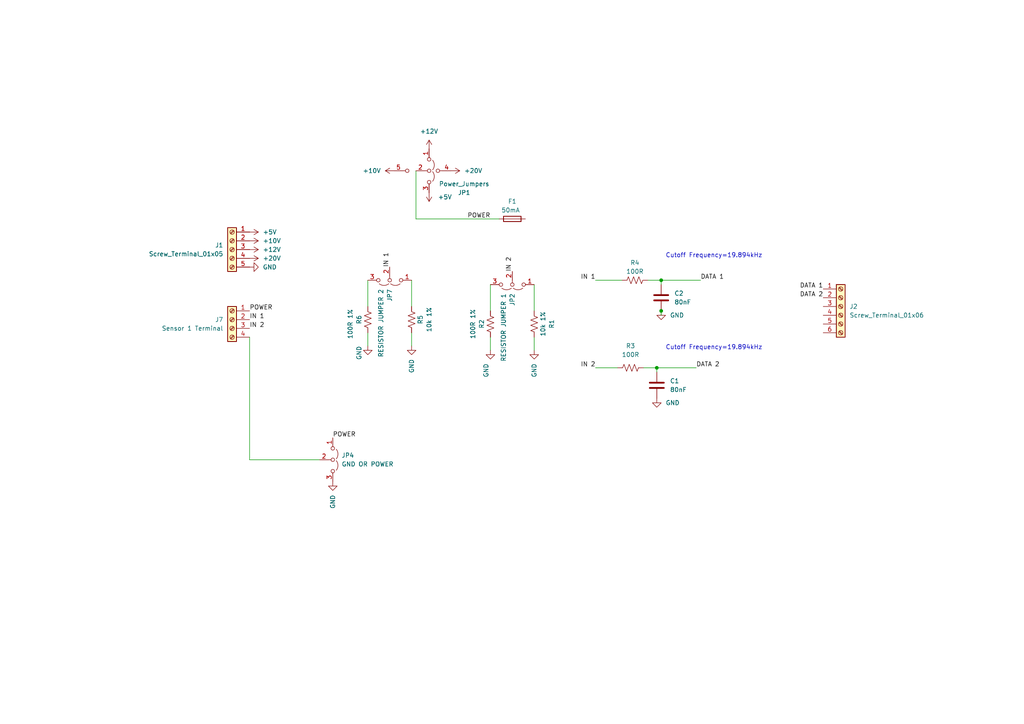
<source format=kicad_sch>
(kicad_sch (version 20230121) (generator eeschema)
  (paper "A4")
  (title_block (title "DAQ_PATCH_PANEL") (date "2023-11-13") (rev "V-5") (company "Waterloo Rocketry ") (comment 1 "Schematic to be triplicated for a total of 3 sensor ports per patch board"))
  (lib_symbols
    (symbol "+10V_1" (power) (pin_names (offset 0))
      (property "Value" "+20V" (at 0 5.08 0))
      (symbol "+10V_1_0_1"
        (polyline (pts (xy -0.762 1.27) (xy 0 2.54)))
        (polyline (pts (xy 0 0) (xy 0 2.54)))
        (polyline (pts (xy 0 2.54) (xy 0.762 1.27)))
      )
      (symbol "+10V_1_1_1"
        (pin power_in line (at 0 0 90) (length 0) hide (name "+20V") (number "1"))
      )
    )
    (symbol "Connector:Screw_Terminal_01x04" (pin_names (offset 1.016) hide)
      (property "Reference" "J" (at 0 5.08 0))
      (property "Value" "Screw_Terminal_01x04" (at 0 -7.62 0))
      (symbol "Screw_Terminal_01x04_1_1"
        (rectangle (start -1.27 3.81) (end 1.27 -6.35) (stroke (width 0.254)) (fill (type background)))
        (circle (center 0 -5.08) (radius 0.635) (stroke (width 0.1524)))
        (circle (center 0 -2.54) (radius 0.635) (stroke (width 0.1524)))
        (polyline (pts (xy -0.5334 -4.7498) (xy 0.3302 -5.588)) (stroke (width 0.1524)))
        (polyline (pts (xy -0.5334 -2.2098) (xy 0.3302 -3.048)) (stroke (width 0.1524)))
        (polyline (pts (xy -0.5334 0.3302) (xy 0.3302 -0.508)) (stroke (width 0.1524)))
        (polyline (pts (xy -0.5334 2.8702) (xy 0.3302 2.032)) (stroke (width 0.1524)))
        (polyline (pts (xy -0.3556 -4.572) (xy 0.508 -5.4102)) (stroke (width 0.1524)))
        (polyline (pts (xy -0.3556 -2.032) (xy 0.508 -2.8702)) (stroke (width 0.1524)))
        (polyline (pts (xy -0.3556 0.508) (xy 0.508 -0.3302)) (stroke (width 0.1524)))
        (polyline (pts (xy -0.3556 3.048) (xy 0.508 2.2098)) (stroke (width 0.1524)))
        (circle (center 0 0) (radius 0.635) (stroke (width 0.1524)))
        (circle (center 0 2.54) (radius 0.635) (stroke (width 0.1524)))
        (pin passive line (at -5.08 2.54 0) (length 3.81) (name "Pin_1") (number "1"))
        (pin passive line (at -5.08 0 0) (length 3.81) (name "Pin_2") (number "2"))
        (pin passive line (at -5.08 -2.54 0) (length 3.81) (name "Pin_3") (number "3"))
        (pin passive line (at -5.08 -5.08 0) (length 3.81) (name "Pin_4") (number "4"))
      )
    )
    (symbol "Connector:Screw_Terminal_01x05" (pin_names (offset 1.016) hide)
      (property "Reference" "J" (at 0 7.62 0))
      (property "Value" "Screw_Terminal_01x05" (at 0 -7.62 0))
      (symbol "Screw_Terminal_01x05_1_1"
        (rectangle (start -1.27 6.35) (end 1.27 -6.35) (stroke (width 0.254)) (fill (type background)))
        (circle (center 0 -5.08) (radius 0.635) (stroke (width 0.1524)))
        (circle (center 0 -2.54) (radius 0.635) (stroke (width 0.1524)))
        (polyline (pts (xy -0.5334 -4.7498) (xy 0.3302 -5.588)) (stroke (width 0.1524)))
        (polyline (pts (xy -0.5334 -2.2098) (xy 0.3302 -3.048)) (stroke (width 0.1524)))
        (polyline (pts (xy -0.5334 0.3302) (xy 0.3302 -0.508)) (stroke (width 0.1524)))
        (polyline (pts (xy -0.5334 2.8702) (xy 0.3302 2.032)) (stroke (width 0.1524)))
        (polyline (pts (xy -0.5334 5.4102) (xy 0.3302 4.572)) (stroke (width 0.1524)))
        (polyline (pts (xy -0.3556 -4.572) (xy 0.508 -5.4102)) (stroke (width 0.1524)))
        (polyline (pts (xy -0.3556 -2.032) (xy 0.508 -2.8702)) (stroke (width 0.1524)))
        (polyline (pts (xy -0.3556 0.508) (xy 0.508 -0.3302)) (stroke (width 0.1524)))
        (polyline (pts (xy -0.3556 3.048) (xy 0.508 2.2098)) (stroke (width 0.1524)))
        (polyline (pts (xy -0.3556 5.588) (xy 0.508 4.7498)) (stroke (width 0.1524)))
        (circle (center 0 0) (radius 0.635) (stroke (width 0.1524)))
        (circle (center 0 2.54) (radius 0.635) (stroke (width 0.1524)))
        (circle (center 0 5.08) (radius 0.635) (stroke (width 0.1524)))
        (pin passive line (at -5.08 5.08 0) (length 3.81) (name "Pin_1") (number "1"))
        (pin passive line (at -5.08 2.54 0) (length 3.81) (name "Pin_2") (number "2"))
        (pin passive line (at -5.08 0 0) (length 3.81) (name "Pin_3") (number "3"))
        (pin passive line (at -5.08 -2.54 0) (length 3.81) (name "Pin_4") (number "4"))
        (pin passive line (at -5.08 -5.08 0) (length 3.81) (name "Pin_5") (number "5"))
      )
    )
    (symbol "Connector:Screw_Terminal_01x06" (pin_names (offset 1.016) hide)
      (property "Reference" "J" (at 0 7.62 0))
      (property "Value" "Screw_Terminal_01x06" (at 0 -10.16 0))
      (symbol "Screw_Terminal_01x06_1_1"
        (rectangle (start -1.27 6.35) (end 1.27 -8.89) (stroke (width 0.254)) (fill (type background)))
        (circle (center 0 -7.62) (radius 0.635) (stroke (width 0.1524)))
        (circle (center 0 -5.08) (radius 0.635) (stroke (width 0.1524)))
        (circle (center 0 -2.54) (radius 0.635) (stroke (width 0.1524)))
        (polyline (pts (xy -0.5334 -7.2898) (xy 0.3302 -8.128)) (stroke (width 0.1524)))
        (polyline (pts (xy -0.5334 -4.7498) (xy 0.3302 -5.588)) (stroke (width 0.1524)))
        (polyline (pts (xy -0.5334 -2.2098) (xy 0.3302 -3.048)) (stroke (width 0.1524)))
        (polyline (pts (xy -0.5334 0.3302) (xy 0.3302 -0.508)) (stroke (width 0.1524)))
        (polyline (pts (xy -0.5334 2.8702) (xy 0.3302 2.032)) (stroke (width 0.1524)))
        (polyline (pts (xy -0.5334 5.4102) (xy 0.3302 4.572)) (stroke (width 0.1524)))
        (polyline (pts (xy -0.3556 -7.112) (xy 0.508 -7.9502)) (stroke (width 0.1524)))
        (polyline (pts (xy -0.3556 -4.572) (xy 0.508 -5.4102)) (stroke (width 0.1524)))
        (polyline (pts (xy -0.3556 -2.032) (xy 0.508 -2.8702)) (stroke (width 0.1524)))
        (polyline (pts (xy -0.3556 0.508) (xy 0.508 -0.3302)) (stroke (width 0.1524)))
        (polyline (pts (xy -0.3556 3.048) (xy 0.508 2.2098)) (stroke (width 0.1524)))
        (polyline (pts (xy -0.3556 5.588) (xy 0.508 4.7498)) (stroke (width 0.1524)))
        (circle (center 0 0) (radius 0.635) (stroke (width 0.1524)))
        (circle (center 0 2.54) (radius 0.635) (stroke (width 0.1524)))
        (circle (center 0 5.08) (radius 0.635) (stroke (width 0.1524)))
        (pin passive line (at -5.08 5.08 0) (length 3.81) (name "Pin_1") (number "1"))
        (pin passive line (at -5.08 2.54 0) (length 3.81) (name "Pin_2") (number "2"))
        (pin passive line (at -5.08 0 0) (length 3.81) (name "Pin_3") (number "3"))
        (pin passive line (at -5.08 -2.54 0) (length 3.81) (name "Pin_4") (number "4"))
        (pin passive line (at -5.08 -5.08 0) (length 3.81) (name "Pin_5") (number "5"))
        (pin passive line (at -5.08 -7.62 0) (length 3.81) (name "Pin_6") (number "6"))
      )
    )
    (symbol "Device:C" (pin_numbers hide) (pin_names (offset 0.254))
      (property "Reference" "C" (at 0.635 2.54 0))
      (property "Value" "C" (at 0.635 -2.54 0))
      (symbol "C_0_1"
        (polyline (pts (xy -2.032 -0.762) (xy 2.032 -0.762)) (stroke (width 0.508)))
        (polyline (pts (xy -2.032 0.762) (xy 2.032 0.762)) (stroke (width 0.508)))
      )
      (symbol "C_1_1"
        (pin passive line (at 0 3.81 270) (length 2.794) (name "~") (number "1"))
        (pin passive line (at 0 -3.81 90) (length 2.794) (name "~") (number "2"))
      )
    )
    (symbol "Device:Fuse" (pin_numbers hide) (pin_names (offset 0))
      (property "Reference" "F" (at 2.032 0 90))
      (property "Value" "Fuse" (at -1.905 0 90))
      (symbol "Fuse_0_1"
        (rectangle (start -0.762 -2.54) (end 0.762 2.54) (stroke (width 0.254)))
        (polyline (pts (xy 0 2.54) (xy 0 -2.54)))
      )
      (symbol "Fuse_1_1"
        (pin passive line (at 0 3.81 270) (length 1.27) (name "~") (number "1"))
        (pin passive line (at 0 -3.81 90) (length 1.27) (name "~") (number "2"))
      )
    )
    (symbol "Device:R_US" (pin_numbers hide) (pin_names (offset 0))
      (property "Reference" "R" (at 2.54 0 90))
      (property "Value" "R_US" (at -2.54 0 90))
      (symbol "R_US_0_1"
        (polyline (pts (xy 0 -2.286) (xy 0 -2.54)))
        (polyline (pts (xy 0 2.286) (xy 0 2.54)))
        (polyline (pts (xy 0 -0.762) (xy 1.016 -1.143) (xy 0 -1.524) (xy -1.016 -1.905) (xy 0 -2.286)))
        (polyline (pts (xy 0 0.762) (xy 1.016 0.381) (xy 0 0) (xy -1.016 -0.381) (xy 0 -0.762)))
        (polyline (pts (xy 0 2.286) (xy 1.016 1.905) (xy 0 1.524) (xy -1.016 1.143) (xy 0 0.762)))
      )
      (symbol "R_US_1_1"
        (pin passive line (at 0 3.81 270) (length 1.27) (name "~") (number "1"))
        (pin passive line (at 0 -3.81 90) (length 1.27) (name "~") (number "2"))
      )
    )
    (symbol "Jumper:Jumper_3_Open" (pin_names (offset 0) hide)
      (property "Reference" "JP1" (at 6.35 10.16 90))
      (property "Value" "Jumper_3_Open" (at 3.81 10.16 90))
      (symbol "Jumper_3_Open_0_0"
        (circle (center -3.302 0) (radius 0.508))
        (circle (center 0 -6.35) (radius 0.508))
        (circle (center 0 0) (radius 0.508))
        (circle (center 0 2.54) (radius 0.508))
        (circle (center 3.302 0) (radius 0.508))
      )
      (symbol "Jumper_3_Open_0_1"
        (arc (start -0.254 1.016) (mid -1.651 1.4992) (end -3.048 1.016))
        (polyline (pts (xy 0 -6.858) (xy 0 -7.62)))
        (polyline (pts (xy 0 -0.508) (xy 0 -1.27)))
        (polyline (pts (xy 0 3.048) (xy 0 3.81)))
        (arc (start 3.048 1.016) (mid 1.651 1.4992) (end 0.254 1.016))
      )
      (symbol "Jumper_3_Open_1_1"
        (pin passive line (at -6.35 0 0) (length 2.54) (name "A") (number "1"))
        (pin passive line (at 0 -3.81 90) (length 2.54) (name "C") (number "2"))
        (pin passive line (at 6.35 0 180) (length 2.54) (name "B") (number "3"))
        (pin passive line (at 0 6.35 270) (length 2.54) (name "C") (number "4"))
        (pin passive line (at 0 -10.16 90) (length 2.54) (name "C") (number "5"))
      )
    )
    (symbol "Jumper_3_Open_1" (pin_names (offset 0) hide)
      (property "Reference" "JP" (at -2.54 -2.54 0))
      (property "Value" "Jumper_3_Open" (at 0 2.794 0))
      (symbol "Jumper_3_Open_1_0_0"
        (circle (center -3.302 0) (radius 0.508))
        (circle (center 0 0) (radius 0.508))
        (circle (center 3.302 0) (radius 0.508))
      )
      (symbol "Jumper_3_Open_1_0_1"
        (arc (start -0.254 1.016) (mid -1.651 1.4992) (end -3.048 1.016))
        (polyline (pts (xy 0 -0.508) (xy 0 -1.27)))
        (arc (start 3.048 1.016) (mid 1.651 1.4992) (end 0.254 1.016))
      )
      (symbol "Jumper_3_Open_1_1_1"
        (pin passive line (at -6.35 0 0) (length 2.54) (name "A") (number "1"))
        (pin passive line (at 0 -3.81 90) (length 2.54) (name "C") (number "2"))
        (pin passive line (at 6.35 0 180) (length 2.54) (name "B") (number "3"))
      )
    )
    (symbol "power:+10V" (power) (pin_names (offset 0))
      (property "Value" "+10V" (at 0 3.556 0))
      (symbol "+10V_0_1"
        (polyline (pts (xy -0.762 1.27) (xy 0 2.54)))
        (polyline (pts (xy 0 0) (xy 0 2.54)))
        (polyline (pts (xy 0 2.54) (xy 0.762 1.27)))
      )
      (symbol "+10V_1_1"
        (pin power_in line (at 0 0 90) (length 0) hide (name "+10V") (number "1"))
      )
    )
    (symbol "power:+12V" (power) (pin_names (offset 0))
      (property "Value" "+12V" (at 0 3.556 0))
      (symbol "+12V_0_1"
        (polyline (pts (xy -0.762 1.27) (xy 0 2.54)))
        (polyline (pts (xy 0 0) (xy 0 2.54)))
        (polyline (pts (xy 0 2.54) (xy 0.762 1.27)))
      )
      (symbol "+12V_1_1"
        (pin power_in line (at 0 0 90) (length 0) hide (name "+12V") (number "1"))
      )
    )
    (symbol "power:+5V" (power) (pin_names (offset 0))
      (property "Value" "+5V" (at 0 3.556 0))
      (symbol "+5V_0_1"
        (polyline (pts (xy -0.762 1.27) (xy 0 2.54)))
        (polyline (pts (xy 0 0) (xy 0 2.54)))
        (polyline (pts (xy 0 2.54) (xy 0.762 1.27)))
      )
      (symbol "+5V_1_1"
        (pin power_in line (at 0 0 90) (length 0) hide (name "+5V") (number "1"))
      )
    )
    (symbol "power:GND" (power) (pin_names (offset 0))
      (property "Value" "GND" (at 0 -3.81 0))
      (symbol "GND_0_1"
        (polyline (pts (xy 0 0) (xy 0 -1.27) (xy 1.27 -1.27) (xy 0 -2.54) (xy -1.27 -1.27) (xy 0 -1.27)))
      )
      (symbol "GND_1_1"
        (pin power_in line (at 0 0 270) (length 0) hide (name "GND") (number "1"))
      )
    )
  )
  (junction (at 191.77 81.28))
  (junction (at 190.5 106.68))
  (junction (at 191.77 90.17))
  (wire (pts (xy 142.24 82.55) (xy 142.24 90.17)))
  (wire (pts (xy 187.96 81.28) (xy 191.77 81.28)))
  (wire (pts (xy 191.77 81.28) (xy 203.2 81.28)))
  (wire (pts (xy 190.5 106.68) (xy 201.93 106.68)))
  (wire (pts (xy 106.68 81.28) (xy 106.68 88.9)))
  (wire (pts (xy 191.77 81.28) (xy 191.77 82.55)))
  (wire (pts (xy 154.94 97.79) (xy 154.94 101.6)))
  (wire (pts (xy 119.38 96.52) (xy 119.38 100.33)))
  (wire (pts (xy 172.72 106.68) (xy 179.07 106.68)))
  (wire (pts (xy 119.38 81.28) (xy 119.38 88.9)))
  (wire (pts (xy 106.68 100.33) (xy 106.68 96.52)))
  (wire (pts (xy 142.24 101.6) (xy 142.24 97.79)))
  (wire (pts (xy 72.39 133.35) (xy 92.71 133.35)))
  (wire (pts (xy 190.5 106.68) (xy 190.5 107.95)))
  (wire (pts (xy 120.65 63.5) (xy 144.78 63.5)))
  (wire (pts (xy 154.94 82.55) (xy 154.94 90.17)))
  (wire (pts (xy 186.69 106.68) (xy 190.5 106.68)))
  (wire (pts (xy 72.39 97.79) (xy 72.39 133.35)))
  (wire (pts (xy 120.65 49.53) (xy 120.65 63.5)))
  (wire (pts (xy 191.77 90.17) (xy 191.77 91.44)))
  (wire (pts (xy 172.72 81.28) (xy 180.34 81.28)))
  (text "Cutoff Frequency=19.894kHz\n" (at 193.04 74.93 0) (effects (font (size 1.27 1.27)) (justify left bottom)))
  (text "Cutoff Frequency=19.894kHz\n" (at 193.04 101.6 0) (effects (font (size 1.27 1.27)) (justify left bottom)))
  (label "POWER" (at 72.39 90.17 0))
  (label "DATA 2" (at 238.76 86.36 180))
  (label "POWER" (at 142.24 63.5 180))
  (label "DATA 1" (at 238.76 83.82 180))
  (label "IN 2" (at 148.59 78.74 90))
  (label "IN 1" (at 172.72 81.28 180))
  (label "DATA 2" (at 201.93 106.68 0))
  (label "DATA 1" (at 203.2 81.28 0))
  (label "IN 2" (at 72.39 95.25 0))
  (label "IN 1" (at 113.03 77.47 90))
  (label "IN 2" (at 172.72 106.68 180))
  (label "POWER" (at 96.52 127 0))
  (label "IN 1" (at 72.39 92.71 0))
  (symbol (lib_id "power:GND") (at 190.5 115.57 0) (unit 1)
    (property "Reference" "#PWR016" (effects hide))
    (property "Value" "GND" (at 193.04 116.84 0) (effects (justify left)))
  )
  (symbol (lib_id "Device:C") (at 190.5 111.76 0) (unit 1)
    (property "Reference" "C1" (at 194.31 110.49 0) (effects (justify left)))
    (property "Value" "80nF" (at 194.31 113.03 0) (effects (justify left)))
    (property "Footprint" "Library:4-Pole Jumper" (effects hide))
  )
  (symbol (lib_name "+10V_1") (lib_id "power:+10V") (at 130.81 49.53 270) (unit 1)
    (property "Reference" "#PWR06" (effects hide))
    (property "Value" "+20V" (at 134.62 49.53 90) (effects (justify left)))
  )
  (symbol (lib_id "power:GND") (at 154.94 101.6 0) (unit 1)
    (property "Reference" "#PWR01" (effects hide))
    (property "Value" "GND" (at 154.94 105.41 90) (effects (justify right)))
  )
  (symbol (lib_id "power:+5V") (at 124.46 55.88 180) (unit 1)
    (property "Reference" "#PWR04" (effects hide))
    (property "Value" "+5V" (at 127 57.15 0) (effects (justify right)))
  )
  (symbol (lib_id "Connector:Screw_Terminal_01x06") (at 243.84 88.9 0) (unit 1)
    (property "Reference" "J2" (at 246.38 88.9 0) (effects (justify left)))
    (property "Value" "Screw_Terminal_01x06" (at 246.38 91.44 0) (effects (justify left)))
  )
  (symbol (lib_id "power:GND") (at 72.39 77.47 90) (mirror x) (unit 1)
    (property "Reference" "#PWR014" (effects hide))
    (property "Value" "GND" (at 76.2 77.47 90) (effects (justify right)))
  )
  (symbol (lib_id "power:GND") (at 119.38 100.33 0) (unit 1)
    (property "Reference" "#PWR08" (effects hide))
    (property "Value" "GND" (at 119.38 104.14 90) (effects (justify right)))
  )
  (symbol (lib_id "Device:R_US") (at 154.94 93.98 0) (unit 1)
    (property "Reference" "R1" (at 160.02 93.98 90))
    (property "Value" "10k 1%" (at 157.48 93.98 90))
    (property "Footprint" "Resistor_SMD:R_0805_2012Metric_Pad1.20x1.40mm_HandSolder" (effects hide))
  )
  (symbol (lib_id "Device:Fuse") (at 148.59 63.5 270) (unit 1)
    (property "Reference" "F1" (at 148.59 58.42 90))
    (property "Value" "50mA " (at 148.59 60.96 90))
    (property "Footprint" "Fuse:Fuse_0805_2012Metric_Pad1.15x1.40mm_HandSolder" (effects hide))
  )
  (symbol (lib_id "power:GND") (at 191.77 90.17 0) (unit 1)
    (property "Reference" "#PWR018" (effects hide))
    (property "Value" "GND" (at 194.31 91.44 0) (effects (justify left)))
  )
  (symbol (lib_id "Device:R_US") (at 184.15 81.28 90) (unit 1)
    (property "Reference" "R4" (at 184.15 76.2 90))
    (property "Value" "100R" (at 184.15 78.74 90))
    (property "Footprint" "Resistor_SMD:R_0805_2012Metric_Pad1.20x1.40mm_HandSolder" (effects hide))
  )
  (symbol (lib_id "Device:C") (at 191.77 86.36 0) (unit 1)
    (property "Reference" "C2" (at 195.58 85.09 0) (effects (justify left)))
    (property "Value" "80nF" (at 195.58 87.63 0) (effects (justify left)))
    (property "Footprint" "Capacitor_SMD:C_0805_2012Metric_Pad1.18x1.45mm_HandSolder" (effects hide))
  )
  (symbol (lib_id "power:+12V") (at 124.46 43.18 0) (unit 1)
    (property "Reference" "#PWR03" (effects hide))
    (property "Value" "+12V" (at 124.46 38.1 0))
  )
  (symbol (lib_id "Jumper:Jumper_3_Open") (at 124.46 49.53 270) (unit 1)
    (property "Reference" "JP1" (at 134.62 55.88 90))
    (property "Value" "Power_Jumpers" (at 134.62 53.34 90))
    (property "Footprint" "Library:4-Pole Jumper" (effects hide))
  )
  (symbol (lib_name "Jumper_3_Open_1") (lib_id "Jumper:Jumper_3_Open") (at 148.59 82.55 180) (unit 1)
    (property "Reference" "JP2" (at 148.59 85.09 90) (effects (justify left)))
    (property "Value" "RESISTOR JUMPER 1" (at 146.05 85.09 90) (effects (justify left)))
    (property "Footprint" "Jumper:SolderJumper-3_P1.3mm_Open_RoundedPad1.0x1.5mm" (effects hide))
  )
  (symbol (lib_id "Device:R_US") (at 142.24 93.98 0) (unit 1)
    (property "Reference" "R2" (at 139.7 93.98 90))
    (property "Value" "100R 1%" (at 137.16 93.98 90))
    (property "Footprint" "Resistor_SMD:R_0805_2012Metric_Pad1.20x1.40mm_HandSolder" (effects hide))
  )
  (symbol (lib_id "Connector:Screw_Terminal_01x05") (at 67.31 72.39 0) (mirror y) (unit 1)
    (property "Reference" "J1" (at 64.77 71.12 0) (effects (justify left)))
    (property "Value" "Screw_Terminal_01x05" (at 64.77 73.66 0) (effects (justify left)))
    (property "Footprint" "TerminalBlock_Phoenix:TerminalBlock_Phoenix_MKDS-1,5-5-5.08_1x05_P5.08mm_Horizontal" (effects hide))
  )
  (symbol (lib_id "power:GND") (at 142.24 101.6 0) (unit 1)
    (property "Reference" "#PWR02" (effects hide))
    (property "Value" "GND" (at 140.97 105.41 90) (effects (justify right)))
  )
  (symbol (lib_id "power:+10V") (at 72.39 69.85 270) (mirror x) (unit 1)
    (property "Reference" "#PWR011" (effects hide))
    (property "Value" "+10V" (at 76.2 69.85 90) (effects (justify left)))
  )
  (symbol (lib_id "Device:R_US") (at 119.38 92.71 0) (unit 1)
    (property "Reference" "R5" (at 121.92 92.71 90))
    (property "Value" "10k 1%" (at 124.46 92.71 90))
    (property "Footprint" "Resistor_SMD:R_0805_2012Metric_Pad1.20x1.40mm_HandSolder" (effects hide))
  )
  (symbol (lib_id "power:+5V") (at 72.39 67.31 270) (mirror x) (unit 1)
    (property "Reference" "#PWR012" (effects hide))
    (property "Value" "+5V" (at 76.2 67.31 90) (effects (justify left)))
  )
  (symbol (lib_name "Jumper_3_Open_1") (lib_id "Jumper:Jumper_3_Open") (at 96.52 133.35 270) (unit 1)
    (property "Reference" "JP4" (at 99.06 132.08 90) (effects (justify left)))
    (property "Value" "GND OR POWER" (at 99.06 134.62 90) (effects (justify left)))
    (property "Footprint" "Jumper:SolderJumper-3_P1.3mm_Open_RoundedPad1.0x1.5mm" (effects hide))
  )
  (symbol (lib_name "Jumper_3_Open_1") (lib_id "Jumper:Jumper_3_Open") (at 113.03 81.28 180) (unit 1)
    (property "Reference" "JP7" (at 113.03 83.82 90) (effects (justify left)))
    (property "Value" "RESISTOR JUMPER 2" (at 110.49 83.82 90) (effects (justify left)))
    (property "Footprint" "Jumper:SolderJumper-3_P1.3mm_Open_RoundedPad1.0x1.5mm" (effects hide))
  )
  (symbol (lib_id "power:+10V") (at 114.3 49.53 90) (unit 1)
    (property "Reference" "#PWR05" (effects hide))
    (property "Value" "+10V" (at 110.49 49.53 90) (effects (justify left)))
  )
  (symbol (lib_id "Device:R_US") (at 106.68 92.71 0) (unit 1)
    (property "Reference" "R6" (at 104.14 92.71 90))
    (property "Value" "100R 1%" (at 101.6 93.98 90))
    (property "Footprint" "Resistor_SMD:R_0805_2012Metric_Pad1.20x1.40mm_HandSolder" (effects hide))
  )
  (symbol (lib_id "power:+12V") (at 72.39 72.39 270) (mirror x) (unit 1)
    (property "Reference" "#PWR010" (effects hide))
    (property "Value" "+12V" (at 76.2 72.39 90) (effects (justify left)))
  )
  (symbol (lib_id "power:GND") (at 96.52 139.7 0) (unit 1)
    (property "Reference" "#PWR07" (effects hide))
    (property "Value" "GND" (at 96.52 143.51 90) (effects (justify right)))
  )
  (symbol (lib_id "Connector:Screw_Terminal_01x04") (at 67.31 92.71 0) (mirror y) (unit 1)
    (property "Reference" "J7" (at 64.77 92.71 0) (effects (justify left)))
    (property "Value" "Sensor 1 Terminal" (at 64.77 95.25 0) (effects (justify left)))
    (property "Footprint" "TerminalBlock_Phoenix:TerminalBlock_Phoenix_MKDS-1,5-4-5.08_1x04_P5.08mm_Horizontal" (effects hide))
  )
  (symbol (lib_id "Device:R_US") (at 182.88 106.68 90) (unit 1)
    (property "Reference" "R3" (at 182.88 100.33 90))
    (property "Value" "100R" (at 182.88 102.87 90))
    (property "Footprint" "Resistor_SMD:R_0805_2012Metric_Pad1.20x1.40mm_HandSolder" (effects hide))
  )
  (symbol (lib_id "power:GND") (at 106.68 100.33 0) (unit 1)
    (property "Reference" "#PWR09" (effects hide))
    (property "Value" "GND" (at 104.14 100.33 90) (effects (justify right)))
  )
  (symbol (lib_name "+10V_1") (lib_id "power:+10V") (at 72.39 74.93 270) (mirror x) (unit 1)
    (property "Reference" "#PWR013" (effects hide))
    (property "Value" "+20V" (at 76.2 74.93 90) (effects (justify left)))
  )
)
</source>
